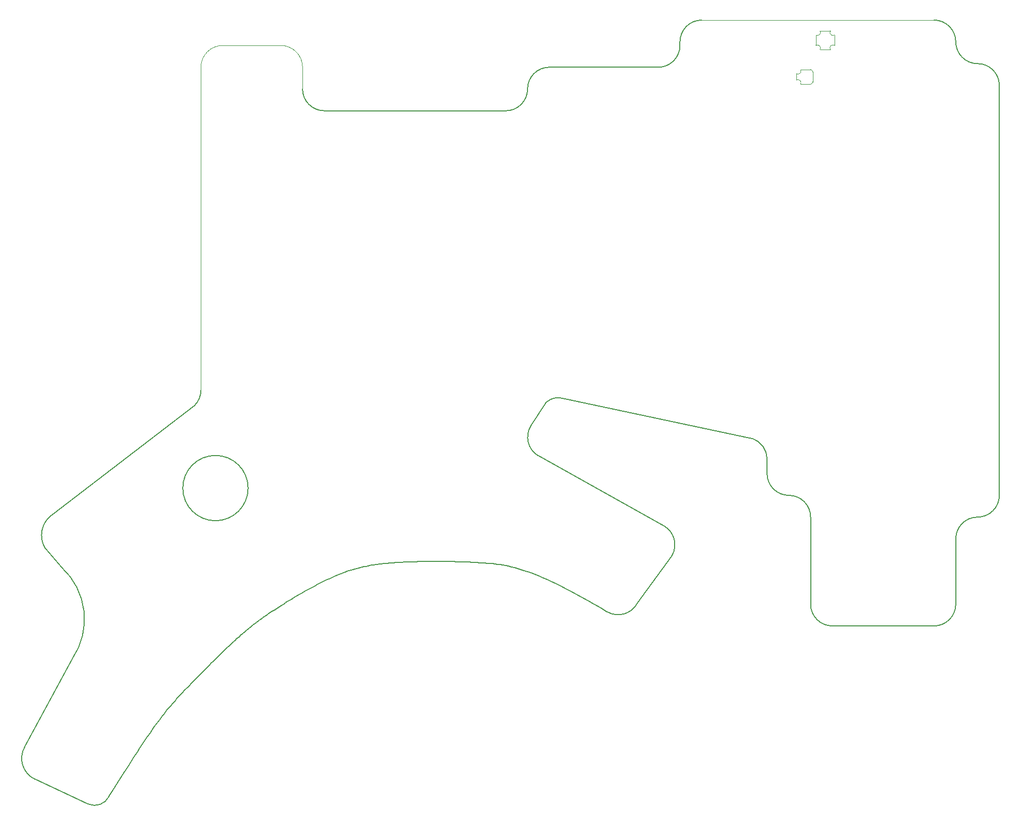
<source format=gm1>
G04 #@! TF.GenerationSoftware,KiCad,Pcbnew,7.0.2*
G04 #@! TF.CreationDate,2023-05-17T12:25:55+02:00*
G04 #@! TF.ProjectId,mykeeb_v7a2_right,6d796b65-6562-45f7-9637-61325f726967,rev?*
G04 #@! TF.SameCoordinates,Original*
G04 #@! TF.FileFunction,Profile,NP*
%FSLAX46Y46*%
G04 Gerber Fmt 4.6, Leading zero omitted, Abs format (unit mm)*
G04 Created by KiCad (PCBNEW 7.0.2) date 2023-05-17 12:25:55*
%MOMM*%
%LPD*%
G01*
G04 APERTURE LIST*
G04 #@! TA.AperFunction,Profile*
%ADD10C,0.100000*%
G04 #@! TD*
G04 #@! TA.AperFunction,Profile*
%ADD11C,0.160000*%
G04 #@! TD*
%ADD12C,0.160000*%
G04 #@! TA.AperFunction,Profile*
%ADD13C,0.120000*%
G04 #@! TD*
G04 APERTURE END LIST*
D10*
X132159454Y-149423596D02*
X170259392Y-149423596D01*
X53578170Y-153590754D02*
X63103178Y-153590754D01*
D11*
X177403194Y-230981472D02*
G75*
G03*
X180975072Y-227409616I6J3571872D01*
G01*
X150018717Y-245269005D02*
G75*
G03*
X153590722Y-248840883I3571883J5D01*
G01*
D12*
X47046763Y-259720287D02*
X46792660Y-259988886D01*
X46541263Y-260256396D01*
X46291498Y-260524636D01*
X46042294Y-260795427D01*
X45792579Y-261070586D01*
X45541281Y-261351934D01*
X45287326Y-261641290D01*
X45029644Y-261940472D01*
X44767162Y-262251301D01*
X44498807Y-262575596D01*
X44223507Y-262915176D01*
X43940191Y-263271859D01*
X43647786Y-263647467D01*
X43345220Y-264043818D01*
X43031421Y-264462730D01*
X42705316Y-264906025D01*
X42365834Y-265375520D01*
X42011901Y-265873035D01*
X41642447Y-266400390D01*
X41256399Y-266959404D01*
X40852684Y-267551896D01*
X40430230Y-268179686D01*
X39987966Y-268844592D01*
X39524819Y-269548435D01*
X39039717Y-270293033D01*
X38531587Y-271080205D01*
X37999358Y-271911772D01*
X37441957Y-272789552D01*
X36858313Y-273715365D01*
X36247352Y-274691030D01*
X35608003Y-275718366D01*
X34939194Y-276799194D01*
D11*
X109301092Y-211485024D02*
G75*
G03*
X106658861Y-212137936I-724892J-2739276D01*
G01*
X25654149Y-230550690D02*
X48960066Y-212671218D01*
X48960073Y-212671225D02*
G75*
G03*
X50006260Y-210145522I-2525973J2525825D01*
G01*
X142875089Y-221456469D02*
G75*
G03*
X140432739Y-218067883I-3571789J69D01*
G01*
X173831348Y-152995474D02*
G75*
G03*
X177403242Y-156567352I3571752J-126D01*
G01*
D10*
X66675024Y-160734543D02*
X66675056Y-157162632D01*
D12*
X62474929Y-245928453D02*
X62217901Y-246094182D01*
X61967469Y-246256734D01*
X61723251Y-246416415D01*
X61484867Y-246573536D01*
X61251933Y-246728405D01*
X61024069Y-246881331D01*
X60800894Y-247032622D01*
X60582025Y-247182588D01*
X60367081Y-247331538D01*
X60155681Y-247479779D01*
X59947443Y-247627622D01*
X59741984Y-247775375D01*
X59538925Y-247923346D01*
X59337883Y-248071845D01*
X59138477Y-248221180D01*
X58940325Y-248371661D01*
X58743045Y-248523596D01*
X58546256Y-248677294D01*
X58349577Y-248833063D01*
X58152626Y-248991213D01*
X57955021Y-249152053D01*
X57756380Y-249315891D01*
X57556323Y-249483036D01*
X57354468Y-249653796D01*
X57150432Y-249828482D01*
X56943836Y-250007402D01*
X56734296Y-250190864D01*
X56521431Y-250379177D01*
X56304860Y-250572650D01*
X56084202Y-250771592D01*
X55859074Y-250976313D01*
X55629096Y-251187120D01*
D11*
X100012552Y-164306468D02*
X70246949Y-164306421D01*
X177403194Y-230981416D02*
G75*
G03*
X173831316Y-234553371I106J-3571984D01*
G01*
X28864348Y-254285989D02*
X21125145Y-268642516D01*
X121527880Y-245216529D02*
X127272811Y-237303844D01*
X173831304Y-152995474D02*
G75*
G03*
X170259392Y-149423596I-3571804J74D01*
G01*
X125015698Y-157162676D02*
G75*
G03*
X128587576Y-153590787I-198J3572076D01*
G01*
X66675079Y-160734543D02*
G75*
G03*
X70246949Y-164306421I3572021J143D01*
G01*
X22790864Y-274006712D02*
X31469291Y-278042331D01*
X121443820Y-157162618D02*
X107156308Y-157162618D01*
D10*
X66675046Y-157162632D02*
G75*
G03*
X63103178Y-153590754I-3571846J32D01*
G01*
D11*
X150018885Y-230981493D02*
G75*
G03*
X146446919Y-227409615I-3571885J-7D01*
G01*
X153590722Y-248840883D02*
X170259486Y-248840930D01*
X121443820Y-157162618D02*
X125015698Y-157162712D01*
X27114691Y-239184663D02*
X24547207Y-236246372D01*
X180975167Y-160139230D02*
X180975072Y-227409616D01*
X28864345Y-254285987D02*
G75*
G03*
X27114691Y-239184663I-9524975J6548447D01*
G01*
X150018797Y-245269005D02*
X150018844Y-230981493D01*
X107156308Y-157162630D02*
G75*
G03*
X103584430Y-160734543I-208J-3571670D01*
G01*
X173831364Y-245269005D02*
X173831316Y-234553371D01*
X142875088Y-221456469D02*
X142874994Y-223837737D01*
D10*
X50006292Y-157162632D02*
X50006260Y-210145522D01*
D12*
X72694763Y-240372620D02*
X72367797Y-240505696D01*
X72038233Y-240644295D01*
X71706378Y-240788124D01*
X71372542Y-240936895D01*
X71037033Y-241090315D01*
X70700161Y-241248095D01*
X70362234Y-241409943D01*
X70023562Y-241575570D01*
X69684452Y-241744684D01*
X69345215Y-241916996D01*
X69006159Y-242092213D01*
X68667593Y-242270046D01*
X68329826Y-242450205D01*
X67993167Y-242632397D01*
X67657925Y-242816334D01*
X67324408Y-243001724D01*
X66992926Y-243188276D01*
X66663788Y-243375700D01*
X66337302Y-243563706D01*
X66013777Y-243752003D01*
X65693523Y-243940299D01*
X65376849Y-244128305D01*
X65064062Y-244315730D01*
X64755473Y-244502283D01*
X64451390Y-244687674D01*
X64152122Y-244871612D01*
X63857977Y-245053807D01*
X63569266Y-245233967D01*
X63286297Y-245411802D01*
X63009378Y-245587022D01*
X62738819Y-245759335D01*
X62474929Y-245928453D01*
D11*
X116648626Y-246523568D02*
G75*
G03*
X121527879Y-245216529I1786074J3093268D01*
G01*
X109301084Y-211485054D02*
X140432739Y-218067883D01*
X57745329Y-226218973D02*
G75*
G03*
X57745329Y-226218973I-5357817J0D01*
G01*
X25654147Y-230550687D02*
G75*
G03*
X24547208Y-236246372I2325353J-3407333D01*
G01*
D12*
X116648596Y-246523620D02*
X115554790Y-245872955D01*
X114504862Y-245259510D01*
X113497339Y-244682140D01*
X112530749Y-244139702D01*
X111603622Y-243631051D01*
X110714484Y-243155042D01*
X109861865Y-242710531D01*
X109044293Y-242296373D01*
X108260297Y-241911426D01*
X107508403Y-241554543D01*
X106787142Y-241224580D01*
X106095041Y-240920394D01*
X105430628Y-240640840D01*
X104792432Y-240384774D01*
X104178981Y-240151050D01*
X103588804Y-239938526D01*
X103020428Y-239746056D01*
X102472383Y-239572496D01*
X101943196Y-239416701D01*
X101431395Y-239277528D01*
X100935510Y-239153832D01*
X100454068Y-239044469D01*
X99985597Y-238948294D01*
X99528627Y-238864162D01*
X99081685Y-238790931D01*
X98643299Y-238727454D01*
X98211999Y-238672589D01*
X97786312Y-238625189D01*
X97364766Y-238584112D01*
X96945891Y-238548213D01*
X96528213Y-238516347D01*
X96110263Y-238487370D01*
D11*
X100012552Y-164306430D02*
G75*
G03*
X103584430Y-160734543I48J3571830D01*
G01*
D12*
X83013263Y-238388120D02*
X82653071Y-238407335D01*
X82297859Y-238427858D01*
X81947371Y-238449835D01*
X81601353Y-238473411D01*
X81259551Y-238498732D01*
X80921711Y-238525942D01*
X80587577Y-238555187D01*
X80256895Y-238586612D01*
X79929412Y-238620362D01*
X79604872Y-238656583D01*
X79283021Y-238695420D01*
X78963605Y-238737019D01*
X78646369Y-238781524D01*
X78331060Y-238829081D01*
X78017421Y-238879835D01*
X77705200Y-238933932D01*
X77394141Y-238991517D01*
X77083990Y-239052734D01*
X76774494Y-239117730D01*
X76465396Y-239186650D01*
X76156443Y-239259638D01*
X75847381Y-239336841D01*
X75537955Y-239418404D01*
X75227911Y-239504471D01*
X74916993Y-239595189D01*
X74604949Y-239690701D01*
X74291523Y-239791155D01*
X73976461Y-239896695D01*
X73659508Y-240007466D01*
X73340410Y-240123613D01*
X73018913Y-240245283D01*
X72694763Y-240372620D01*
D11*
X105337634Y-220925509D02*
X125965372Y-232424545D01*
X104112583Y-216025014D02*
G75*
G03*
X105337634Y-220925509I3062917J-1837686D01*
G01*
X127272781Y-237303827D02*
G75*
G03*
X125965372Y-232424545I-3093381J1785927D01*
G01*
X21125149Y-268642518D02*
G75*
G03*
X22790864Y-274006711I3263951J-1927182D01*
G01*
D10*
X53578170Y-153590752D02*
G75*
G03*
X50006292Y-157162632I0J-3571878D01*
G01*
D12*
X55629096Y-251187120D02*
X55393995Y-251404222D01*
X55153944Y-251627429D01*
X54909223Y-251856450D01*
X54660114Y-252090995D01*
X54406900Y-252330772D01*
X54149860Y-252575491D01*
X53889278Y-252824861D01*
X53625434Y-253078591D01*
X53358610Y-253336391D01*
X53089088Y-253597969D01*
X52817149Y-253863036D01*
X52543074Y-254131300D01*
X52267146Y-254402471D01*
X51989645Y-254676258D01*
X51710854Y-254952369D01*
X51431054Y-255230515D01*
X51150526Y-255510405D01*
X50869552Y-255791748D01*
X50588414Y-256074253D01*
X50307393Y-256357629D01*
X50026771Y-256641586D01*
X49746829Y-256925833D01*
X49467848Y-257210079D01*
X49190111Y-257494034D01*
X48913899Y-257777406D01*
X48639493Y-258059905D01*
X48367176Y-258341241D01*
X48097228Y-258621122D01*
X47829931Y-258899258D01*
X47565567Y-259175358D01*
X47304417Y-259449131D01*
X47046763Y-259720287D01*
D11*
X132159454Y-149423576D02*
G75*
G03*
X128587576Y-152995521I46J-3571924D01*
G01*
D12*
X96110263Y-238487370D02*
X95690848Y-238460325D01*
X95269907Y-238435006D01*
X94847656Y-238411396D01*
X94424315Y-238389476D01*
X94000101Y-238369228D01*
X93575232Y-238350634D01*
X93149927Y-238333676D01*
X92724403Y-238318334D01*
X92298878Y-238304592D01*
X91873572Y-238292431D01*
X91448700Y-238281833D01*
X91024483Y-238272780D01*
X90601137Y-238265253D01*
X90178882Y-238259235D01*
X89757934Y-238254707D01*
X89338512Y-238251651D01*
X88920835Y-238250048D01*
X88505119Y-238249882D01*
X88091584Y-238251133D01*
X87680448Y-238253783D01*
X87271928Y-238257814D01*
X86866242Y-238263209D01*
X86463609Y-238269948D01*
X86064247Y-238278014D01*
X85668373Y-238287388D01*
X85276207Y-238298053D01*
X84887965Y-238309990D01*
X84503866Y-238323181D01*
X84124128Y-238337607D01*
X83748970Y-238353251D01*
X83378608Y-238370095D01*
X83013263Y-238388120D01*
D11*
X31469305Y-278042301D02*
G75*
G03*
X34939194Y-276799194I1105795J2377701D01*
G01*
X180975148Y-160139230D02*
G75*
G03*
X177403242Y-156567352I-3571848J30D01*
G01*
X104112521Y-216024977D02*
X106658861Y-212137936D01*
X128587576Y-153590787D02*
X128587576Y-152995521D01*
X142874985Y-223837737D02*
G75*
G03*
X146446919Y-227409615I3572015J137D01*
G01*
X170259486Y-248840964D02*
G75*
G03*
X173831364Y-245269005I14J3571864D01*
G01*
D13*
X147701128Y-159271320D02*
X147701128Y-158229920D01*
X148386928Y-157544120D02*
X149987128Y-157544120D01*
X149987128Y-159957120D02*
X148386928Y-159957120D01*
X150368128Y-157925120D02*
X150368128Y-159576120D01*
X150876128Y-153556320D02*
X150876128Y-151879920D01*
X151561928Y-151194120D02*
X153238328Y-151194120D01*
X151561928Y-154242120D02*
X153238328Y-154242120D01*
X153924128Y-153556320D02*
X153924128Y-151879920D01*
X148386928Y-159957120D02*
G75*
G03*
X147701128Y-159271320I-438047J247753D01*
G01*
X147701128Y-158229920D02*
G75*
G03*
X148386928Y-157544120I247753J438047D01*
G01*
X150368128Y-157925120D02*
G75*
G03*
X149987128Y-157544120I-380999J1D01*
G01*
X149987128Y-159957120D02*
G75*
G03*
X150368128Y-159576120I1J380999D01*
G01*
X151561928Y-154242120D02*
G75*
G03*
X150876128Y-153556320I-438047J247753D01*
G01*
X150876128Y-151879920D02*
G75*
G03*
X151561928Y-151194120I247753J438047D01*
G01*
X153924128Y-153556320D02*
G75*
G03*
X153238328Y-154242120I-247753J-438047D01*
G01*
X153238328Y-151194120D02*
G75*
G03*
X153924128Y-151879920I438050J-247750D01*
G01*
M02*

</source>
